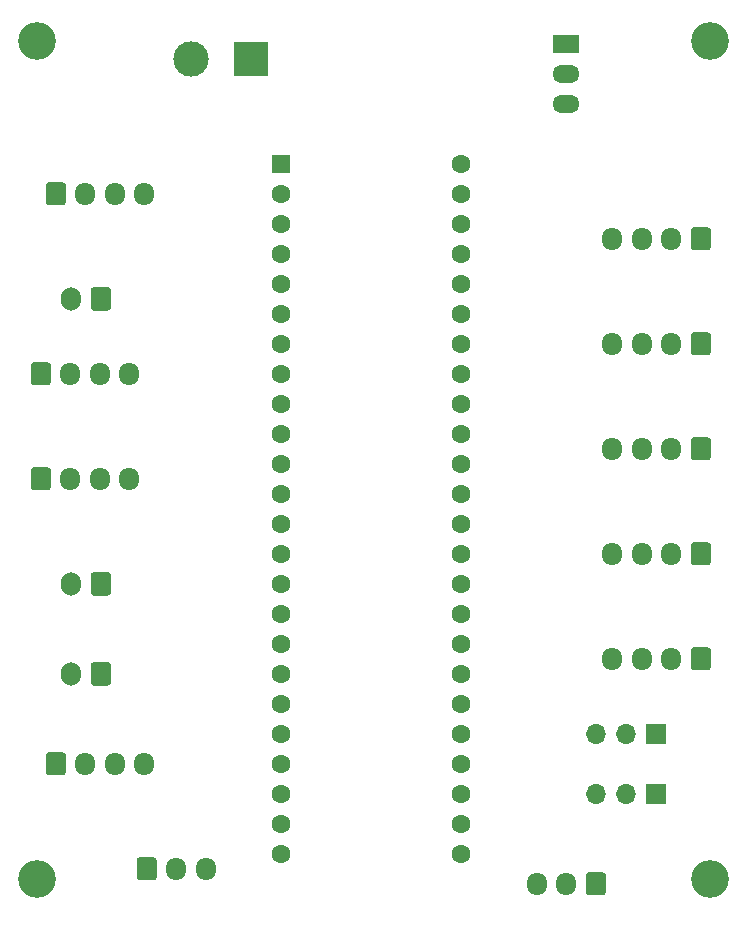
<source format=gbr>
%TF.GenerationSoftware,KiCad,Pcbnew,(5.1.9)-1*%
%TF.CreationDate,2021-03-25T13:19:16+01:00*%
%TF.ProjectId,kicad_robot_teensy,6b696361-645f-4726-9f62-6f745f746565,rev?*%
%TF.SameCoordinates,Original*%
%TF.FileFunction,Soldermask,Bot*%
%TF.FilePolarity,Negative*%
%FSLAX46Y46*%
G04 Gerber Fmt 4.6, Leading zero omitted, Abs format (unit mm)*
G04 Created by KiCad (PCBNEW (5.1.9)-1) date 2021-03-25 13:19:16*
%MOMM*%
%LPD*%
G01*
G04 APERTURE LIST*
%ADD10C,3.200000*%
%ADD11O,1.700000X1.700000*%
%ADD12R,1.700000X1.700000*%
%ADD13C,1.600000*%
%ADD14R,1.600000X1.600000*%
%ADD15R,3.000000X3.000000*%
%ADD16C,3.000000*%
%ADD17O,1.700000X1.950000*%
%ADD18O,1.700000X2.000000*%
%ADD19R,2.300000X1.500000*%
%ADD20O,2.300000X1.500000*%
G04 APERTURE END LIST*
D10*
%TO.C,REF\u002A\u002A*%
X190000000Y-152000000D03*
%TD*%
%TO.C,REF\u002A\u002A*%
X133000000Y-152000000D03*
%TD*%
D11*
%TO.C,CONN->SERV_BAR1*%
X180340000Y-139700000D03*
X182880000Y-139700000D03*
D12*
X185420000Y-139700000D03*
%TD*%
D10*
%TO.C,REF\u002A\u002A*%
X133000000Y-81000000D03*
%TD*%
%TO.C,REF\u002A\u002A*%
X190000000Y-81000000D03*
%TD*%
D13*
%TO.C,CARTE_MICR_COTROL1*%
X153670000Y-132080000D03*
X153670000Y-134620000D03*
X153670000Y-137160000D03*
X153670000Y-139700000D03*
X153670000Y-129540000D03*
X153670000Y-127000000D03*
X153670000Y-124460000D03*
X153670000Y-142240000D03*
X153670000Y-144780000D03*
X153670000Y-147320000D03*
X153670000Y-149860000D03*
X168910000Y-149860000D03*
X168910000Y-147320000D03*
X168910000Y-144780000D03*
X168910000Y-142240000D03*
X168910000Y-139700000D03*
X168910000Y-137160000D03*
X168910000Y-134620000D03*
X168910000Y-132080000D03*
X153670000Y-121920000D03*
X153670000Y-119380000D03*
X153670000Y-116840000D03*
X153670000Y-114300000D03*
X153670000Y-111760000D03*
X153670000Y-109220000D03*
X153670000Y-106680000D03*
X153670000Y-104140000D03*
X153670000Y-101600000D03*
X153670000Y-99060000D03*
X153670000Y-96520000D03*
X153670000Y-93980000D03*
D14*
X153670000Y-91440000D03*
D13*
X168910000Y-129540000D03*
X168910000Y-127000000D03*
X168910000Y-124460000D03*
X168910000Y-121920000D03*
X168910000Y-119380000D03*
X168910000Y-116840000D03*
X168910000Y-114300000D03*
X168910000Y-111760000D03*
X168910000Y-109220000D03*
X168910000Y-106680000D03*
X168910000Y-104140000D03*
X168910000Y-101600000D03*
X168910000Y-99060000D03*
X168910000Y-96520000D03*
X168910000Y-93980000D03*
X168910000Y-91440000D03*
%TD*%
D15*
%TO.C,ALIM_1*%
X151130000Y-82550000D03*
D16*
X146050000Y-82550000D03*
%TD*%
D17*
%TO.C,CONN->DISP1*%
X140850000Y-109220000D03*
X138350000Y-109220000D03*
X135850000Y-109220000D03*
G36*
G01*
X132500000Y-109945000D02*
X132500000Y-108495000D01*
G75*
G02*
X132750000Y-108245000I250000J0D01*
G01*
X133950000Y-108245000D01*
G75*
G02*
X134200000Y-108495000I0J-250000D01*
G01*
X134200000Y-109945000D01*
G75*
G02*
X133950000Y-110195000I-250000J0D01*
G01*
X132750000Y-110195000D01*
G75*
G02*
X132500000Y-109945000I0J250000D01*
G01*
G37*
%TD*%
%TO.C,CONN->LID1*%
X142120000Y-93980000D03*
X139620000Y-93980000D03*
X137120000Y-93980000D03*
G36*
G01*
X133770000Y-94705000D02*
X133770000Y-93255000D01*
G75*
G02*
X134020000Y-93005000I250000J0D01*
G01*
X135220000Y-93005000D01*
G75*
G02*
X135470000Y-93255000I0J-250000D01*
G01*
X135470000Y-94705000D01*
G75*
G02*
X135220000Y-94955000I-250000J0D01*
G01*
X134020000Y-94955000D01*
G75*
G02*
X133770000Y-94705000I0J250000D01*
G01*
G37*
%TD*%
%TO.C,CONN->MD10_MOT_1*%
G36*
G01*
X141470000Y-151855000D02*
X141470000Y-150405000D01*
G75*
G02*
X141720000Y-150155000I250000J0D01*
G01*
X142920000Y-150155000D01*
G75*
G02*
X143170000Y-150405000I0J-250000D01*
G01*
X143170000Y-151855000D01*
G75*
G02*
X142920000Y-152105000I-250000J0D01*
G01*
X141720000Y-152105000D01*
G75*
G02*
X141470000Y-151855000I0J250000D01*
G01*
G37*
X144820000Y-151130000D03*
X147320000Y-151130000D03*
%TD*%
%TO.C,CONN->MD10_MOT_2*%
X175340000Y-152400000D03*
X177840000Y-152400000D03*
G36*
G01*
X181190000Y-151675000D02*
X181190000Y-153125000D01*
G75*
G02*
X180940000Y-153375000I-250000J0D01*
G01*
X179740000Y-153375000D01*
G75*
G02*
X179490000Y-153125000I0J250000D01*
G01*
X179490000Y-151675000D01*
G75*
G02*
X179740000Y-151425000I250000J0D01*
G01*
X180940000Y-151425000D01*
G75*
G02*
X181190000Y-151675000I0J-250000D01*
G01*
G37*
%TD*%
D18*
%TO.C,CONN->MOT_LID1*%
X135930000Y-102870000D03*
G36*
G01*
X139280000Y-102120000D02*
X139280000Y-103620000D01*
G75*
G02*
X139030000Y-103870000I-250000J0D01*
G01*
X137830000Y-103870000D01*
G75*
G02*
X137580000Y-103620000I0J250000D01*
G01*
X137580000Y-102120000D01*
G75*
G02*
X137830000Y-101870000I250000J0D01*
G01*
X139030000Y-101870000D01*
G75*
G02*
X139280000Y-102120000I0J-250000D01*
G01*
G37*
%TD*%
D12*
%TO.C,CONN->SERV_PAV1*%
X185420000Y-144780000D03*
D11*
X182880000Y-144780000D03*
X180340000Y-144780000D03*
%TD*%
%TO.C,CONN->X-BEE1*%
G36*
G01*
X132500000Y-118835000D02*
X132500000Y-117385000D01*
G75*
G02*
X132750000Y-117135000I250000J0D01*
G01*
X133950000Y-117135000D01*
G75*
G02*
X134200000Y-117385000I0J-250000D01*
G01*
X134200000Y-118835000D01*
G75*
G02*
X133950000Y-119085000I-250000J0D01*
G01*
X132750000Y-119085000D01*
G75*
G02*
X132500000Y-118835000I0J250000D01*
G01*
G37*
D17*
X135850000Y-118110000D03*
X138350000Y-118110000D03*
X140850000Y-118110000D03*
%TD*%
%TO.C,CONN_COL1*%
G36*
G01*
X139280000Y-133870000D02*
X139280000Y-135370000D01*
G75*
G02*
X139030000Y-135620000I-250000J0D01*
G01*
X137830000Y-135620000D01*
G75*
G02*
X137580000Y-135370000I0J250000D01*
G01*
X137580000Y-133870000D01*
G75*
G02*
X137830000Y-133620000I250000J0D01*
G01*
X139030000Y-133620000D01*
G75*
G02*
X139280000Y-133870000I0J-250000D01*
G01*
G37*
D18*
X135930000Y-134620000D03*
%TD*%
%TO.C,CONN_TIR1*%
G36*
G01*
X139280000Y-126250000D02*
X139280000Y-127750000D01*
G75*
G02*
X139030000Y-128000000I-250000J0D01*
G01*
X137830000Y-128000000D01*
G75*
G02*
X137580000Y-127750000I0J250000D01*
G01*
X137580000Y-126250000D01*
G75*
G02*
X137830000Y-126000000I250000J0D01*
G01*
X139030000Y-126000000D01*
G75*
G02*
X139280000Y-126250000I0J-250000D01*
G01*
G37*
X135930000Y-127000000D03*
%TD*%
D17*
%TO.C,J1*%
X181730000Y-106680000D03*
X184230000Y-106680000D03*
X186730000Y-106680000D03*
G36*
G01*
X190080000Y-105955000D02*
X190080000Y-107405000D01*
G75*
G02*
X189830000Y-107655000I-250000J0D01*
G01*
X188630000Y-107655000D01*
G75*
G02*
X188380000Y-107405000I0J250000D01*
G01*
X188380000Y-105955000D01*
G75*
G02*
X188630000Y-105705000I250000J0D01*
G01*
X189830000Y-105705000D01*
G75*
G02*
X190080000Y-105955000I0J-250000D01*
G01*
G37*
%TD*%
%TO.C,J2*%
G36*
G01*
X190080000Y-97065000D02*
X190080000Y-98515000D01*
G75*
G02*
X189830000Y-98765000I-250000J0D01*
G01*
X188630000Y-98765000D01*
G75*
G02*
X188380000Y-98515000I0J250000D01*
G01*
X188380000Y-97065000D01*
G75*
G02*
X188630000Y-96815000I250000J0D01*
G01*
X189830000Y-96815000D01*
G75*
G02*
X190080000Y-97065000I0J-250000D01*
G01*
G37*
X186730000Y-97790000D03*
X184230000Y-97790000D03*
X181730000Y-97790000D03*
%TD*%
%TO.C,J_FTM->R_COD_1*%
X181730000Y-133350000D03*
X184230000Y-133350000D03*
X186730000Y-133350000D03*
G36*
G01*
X190080000Y-132625000D02*
X190080000Y-134075000D01*
G75*
G02*
X189830000Y-134325000I-250000J0D01*
G01*
X188630000Y-134325000D01*
G75*
G02*
X188380000Y-134075000I0J250000D01*
G01*
X188380000Y-132625000D01*
G75*
G02*
X188630000Y-132375000I250000J0D01*
G01*
X189830000Y-132375000D01*
G75*
G02*
X190080000Y-132625000I0J-250000D01*
G01*
G37*
%TD*%
%TO.C,J_FTM->R_COD_2*%
G36*
G01*
X133770000Y-142965000D02*
X133770000Y-141515000D01*
G75*
G02*
X134020000Y-141265000I250000J0D01*
G01*
X135220000Y-141265000D01*
G75*
G02*
X135470000Y-141515000I0J-250000D01*
G01*
X135470000Y-142965000D01*
G75*
G02*
X135220000Y-143215000I-250000J0D01*
G01*
X134020000Y-143215000D01*
G75*
G02*
X133770000Y-142965000I0J250000D01*
G01*
G37*
X137120000Y-142240000D03*
X139620000Y-142240000D03*
X142120000Y-142240000D03*
%TD*%
%TO.C,J_I2C->MULTIPLEX1*%
G36*
G01*
X190080000Y-114845000D02*
X190080000Y-116295000D01*
G75*
G02*
X189830000Y-116545000I-250000J0D01*
G01*
X188630000Y-116545000D01*
G75*
G02*
X188380000Y-116295000I0J250000D01*
G01*
X188380000Y-114845000D01*
G75*
G02*
X188630000Y-114595000I250000J0D01*
G01*
X189830000Y-114595000D01*
G75*
G02*
X190080000Y-114845000I0J-250000D01*
G01*
G37*
X186730000Y-115570000D03*
X184230000Y-115570000D03*
X181730000Y-115570000D03*
%TD*%
%TO.C,J_I2C->MULTIPLEX2*%
G36*
G01*
X190080000Y-123735000D02*
X190080000Y-125185000D01*
G75*
G02*
X189830000Y-125435000I-250000J0D01*
G01*
X188630000Y-125435000D01*
G75*
G02*
X188380000Y-125185000I0J250000D01*
G01*
X188380000Y-123735000D01*
G75*
G02*
X188630000Y-123485000I250000J0D01*
G01*
X189830000Y-123485000D01*
G75*
G02*
X190080000Y-123735000I0J-250000D01*
G01*
G37*
X186730000Y-124460000D03*
X184230000Y-124460000D03*
X181730000Y-124460000D03*
%TD*%
D19*
%TO.C,U12->5*%
X177800000Y-81280000D03*
D20*
X177800000Y-83820000D03*
X177800000Y-86360000D03*
%TD*%
M02*

</source>
